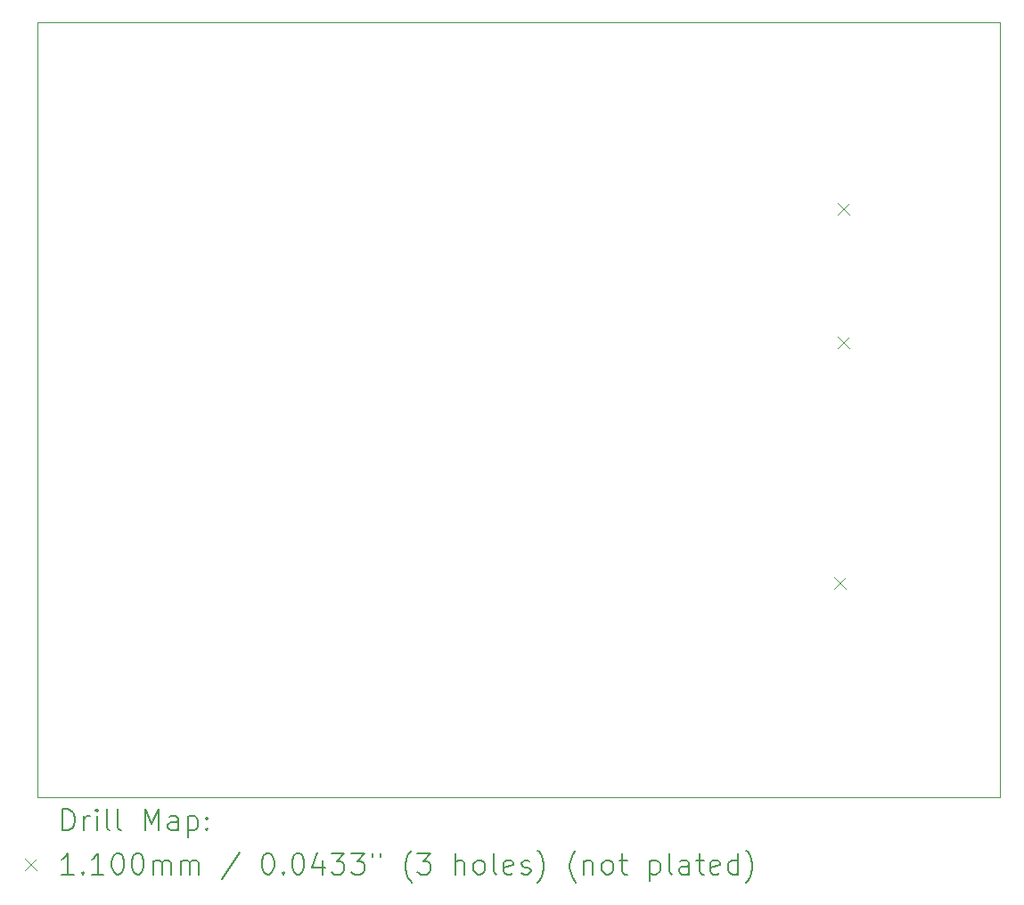
<source format=gbr>
%TF.GenerationSoftware,KiCad,Pcbnew,7.0.2*%
%TF.CreationDate,2023-06-25T21:36:02-03:00*%
%TF.ProjectId,projeto_final,70726f6a-6574-46f5-9f66-696e616c2e6b,rev?*%
%TF.SameCoordinates,Original*%
%TF.FileFunction,Drillmap*%
%TF.FilePolarity,Positive*%
%FSLAX45Y45*%
G04 Gerber Fmt 4.5, Leading zero omitted, Abs format (unit mm)*
G04 Created by KiCad (PCBNEW 7.0.2) date 2023-06-25 21:36:02*
%MOMM*%
%LPD*%
G01*
G04 APERTURE LIST*
%ADD10C,0.100000*%
%ADD11C,0.200000*%
%ADD12C,0.110000*%
G04 APERTURE END LIST*
D10*
X9144000Y-3048000D02*
X18288000Y-3048000D01*
X18288000Y-10414000D01*
X9144000Y-10414000D01*
X9144000Y-3048000D01*
D11*
D12*
X16717000Y-8327000D02*
X16827000Y-8437000D01*
X16827000Y-8327000D02*
X16717000Y-8437000D01*
X16747000Y-4771000D02*
X16857000Y-4881000D01*
X16857000Y-4771000D02*
X16747000Y-4881000D01*
X16747000Y-6041000D02*
X16857000Y-6151000D01*
X16857000Y-6041000D02*
X16747000Y-6151000D01*
D11*
X9386619Y-10731524D02*
X9386619Y-10531524D01*
X9386619Y-10531524D02*
X9434238Y-10531524D01*
X9434238Y-10531524D02*
X9462810Y-10541048D01*
X9462810Y-10541048D02*
X9481857Y-10560095D01*
X9481857Y-10560095D02*
X9491381Y-10579143D01*
X9491381Y-10579143D02*
X9500905Y-10617238D01*
X9500905Y-10617238D02*
X9500905Y-10645810D01*
X9500905Y-10645810D02*
X9491381Y-10683905D01*
X9491381Y-10683905D02*
X9481857Y-10702952D01*
X9481857Y-10702952D02*
X9462810Y-10722000D01*
X9462810Y-10722000D02*
X9434238Y-10731524D01*
X9434238Y-10731524D02*
X9386619Y-10731524D01*
X9586619Y-10731524D02*
X9586619Y-10598190D01*
X9586619Y-10636286D02*
X9596143Y-10617238D01*
X9596143Y-10617238D02*
X9605667Y-10607714D01*
X9605667Y-10607714D02*
X9624714Y-10598190D01*
X9624714Y-10598190D02*
X9643762Y-10598190D01*
X9710429Y-10731524D02*
X9710429Y-10598190D01*
X9710429Y-10531524D02*
X9700905Y-10541048D01*
X9700905Y-10541048D02*
X9710429Y-10550571D01*
X9710429Y-10550571D02*
X9719952Y-10541048D01*
X9719952Y-10541048D02*
X9710429Y-10531524D01*
X9710429Y-10531524D02*
X9710429Y-10550571D01*
X9834238Y-10731524D02*
X9815190Y-10722000D01*
X9815190Y-10722000D02*
X9805667Y-10702952D01*
X9805667Y-10702952D02*
X9805667Y-10531524D01*
X9939000Y-10731524D02*
X9919952Y-10722000D01*
X9919952Y-10722000D02*
X9910429Y-10702952D01*
X9910429Y-10702952D02*
X9910429Y-10531524D01*
X10167571Y-10731524D02*
X10167571Y-10531524D01*
X10167571Y-10531524D02*
X10234238Y-10674381D01*
X10234238Y-10674381D02*
X10300905Y-10531524D01*
X10300905Y-10531524D02*
X10300905Y-10731524D01*
X10481857Y-10731524D02*
X10481857Y-10626762D01*
X10481857Y-10626762D02*
X10472333Y-10607714D01*
X10472333Y-10607714D02*
X10453286Y-10598190D01*
X10453286Y-10598190D02*
X10415190Y-10598190D01*
X10415190Y-10598190D02*
X10396143Y-10607714D01*
X10481857Y-10722000D02*
X10462810Y-10731524D01*
X10462810Y-10731524D02*
X10415190Y-10731524D01*
X10415190Y-10731524D02*
X10396143Y-10722000D01*
X10396143Y-10722000D02*
X10386619Y-10702952D01*
X10386619Y-10702952D02*
X10386619Y-10683905D01*
X10386619Y-10683905D02*
X10396143Y-10664857D01*
X10396143Y-10664857D02*
X10415190Y-10655333D01*
X10415190Y-10655333D02*
X10462810Y-10655333D01*
X10462810Y-10655333D02*
X10481857Y-10645810D01*
X10577095Y-10598190D02*
X10577095Y-10798190D01*
X10577095Y-10607714D02*
X10596143Y-10598190D01*
X10596143Y-10598190D02*
X10634238Y-10598190D01*
X10634238Y-10598190D02*
X10653286Y-10607714D01*
X10653286Y-10607714D02*
X10662810Y-10617238D01*
X10662810Y-10617238D02*
X10672333Y-10636286D01*
X10672333Y-10636286D02*
X10672333Y-10693429D01*
X10672333Y-10693429D02*
X10662810Y-10712476D01*
X10662810Y-10712476D02*
X10653286Y-10722000D01*
X10653286Y-10722000D02*
X10634238Y-10731524D01*
X10634238Y-10731524D02*
X10596143Y-10731524D01*
X10596143Y-10731524D02*
X10577095Y-10722000D01*
X10758048Y-10712476D02*
X10767571Y-10722000D01*
X10767571Y-10722000D02*
X10758048Y-10731524D01*
X10758048Y-10731524D02*
X10748524Y-10722000D01*
X10748524Y-10722000D02*
X10758048Y-10712476D01*
X10758048Y-10712476D02*
X10758048Y-10731524D01*
X10758048Y-10607714D02*
X10767571Y-10617238D01*
X10767571Y-10617238D02*
X10758048Y-10626762D01*
X10758048Y-10626762D02*
X10748524Y-10617238D01*
X10748524Y-10617238D02*
X10758048Y-10607714D01*
X10758048Y-10607714D02*
X10758048Y-10626762D01*
D12*
X9029000Y-11004000D02*
X9139000Y-11114000D01*
X9139000Y-11004000D02*
X9029000Y-11114000D01*
D11*
X9491381Y-11151524D02*
X9377095Y-11151524D01*
X9434238Y-11151524D02*
X9434238Y-10951524D01*
X9434238Y-10951524D02*
X9415190Y-10980095D01*
X9415190Y-10980095D02*
X9396143Y-10999143D01*
X9396143Y-10999143D02*
X9377095Y-11008667D01*
X9577095Y-11132476D02*
X9586619Y-11142000D01*
X9586619Y-11142000D02*
X9577095Y-11151524D01*
X9577095Y-11151524D02*
X9567571Y-11142000D01*
X9567571Y-11142000D02*
X9577095Y-11132476D01*
X9577095Y-11132476D02*
X9577095Y-11151524D01*
X9777095Y-11151524D02*
X9662810Y-11151524D01*
X9719952Y-11151524D02*
X9719952Y-10951524D01*
X9719952Y-10951524D02*
X9700905Y-10980095D01*
X9700905Y-10980095D02*
X9681857Y-10999143D01*
X9681857Y-10999143D02*
X9662810Y-11008667D01*
X9900905Y-10951524D02*
X9919952Y-10951524D01*
X9919952Y-10951524D02*
X9939000Y-10961048D01*
X9939000Y-10961048D02*
X9948524Y-10970571D01*
X9948524Y-10970571D02*
X9958048Y-10989619D01*
X9958048Y-10989619D02*
X9967571Y-11027714D01*
X9967571Y-11027714D02*
X9967571Y-11075333D01*
X9967571Y-11075333D02*
X9958048Y-11113429D01*
X9958048Y-11113429D02*
X9948524Y-11132476D01*
X9948524Y-11132476D02*
X9939000Y-11142000D01*
X9939000Y-11142000D02*
X9919952Y-11151524D01*
X9919952Y-11151524D02*
X9900905Y-11151524D01*
X9900905Y-11151524D02*
X9881857Y-11142000D01*
X9881857Y-11142000D02*
X9872333Y-11132476D01*
X9872333Y-11132476D02*
X9862810Y-11113429D01*
X9862810Y-11113429D02*
X9853286Y-11075333D01*
X9853286Y-11075333D02*
X9853286Y-11027714D01*
X9853286Y-11027714D02*
X9862810Y-10989619D01*
X9862810Y-10989619D02*
X9872333Y-10970571D01*
X9872333Y-10970571D02*
X9881857Y-10961048D01*
X9881857Y-10961048D02*
X9900905Y-10951524D01*
X10091381Y-10951524D02*
X10110429Y-10951524D01*
X10110429Y-10951524D02*
X10129476Y-10961048D01*
X10129476Y-10961048D02*
X10139000Y-10970571D01*
X10139000Y-10970571D02*
X10148524Y-10989619D01*
X10148524Y-10989619D02*
X10158048Y-11027714D01*
X10158048Y-11027714D02*
X10158048Y-11075333D01*
X10158048Y-11075333D02*
X10148524Y-11113429D01*
X10148524Y-11113429D02*
X10139000Y-11132476D01*
X10139000Y-11132476D02*
X10129476Y-11142000D01*
X10129476Y-11142000D02*
X10110429Y-11151524D01*
X10110429Y-11151524D02*
X10091381Y-11151524D01*
X10091381Y-11151524D02*
X10072333Y-11142000D01*
X10072333Y-11142000D02*
X10062810Y-11132476D01*
X10062810Y-11132476D02*
X10053286Y-11113429D01*
X10053286Y-11113429D02*
X10043762Y-11075333D01*
X10043762Y-11075333D02*
X10043762Y-11027714D01*
X10043762Y-11027714D02*
X10053286Y-10989619D01*
X10053286Y-10989619D02*
X10062810Y-10970571D01*
X10062810Y-10970571D02*
X10072333Y-10961048D01*
X10072333Y-10961048D02*
X10091381Y-10951524D01*
X10243762Y-11151524D02*
X10243762Y-11018190D01*
X10243762Y-11037238D02*
X10253286Y-11027714D01*
X10253286Y-11027714D02*
X10272333Y-11018190D01*
X10272333Y-11018190D02*
X10300905Y-11018190D01*
X10300905Y-11018190D02*
X10319952Y-11027714D01*
X10319952Y-11027714D02*
X10329476Y-11046762D01*
X10329476Y-11046762D02*
X10329476Y-11151524D01*
X10329476Y-11046762D02*
X10339000Y-11027714D01*
X10339000Y-11027714D02*
X10358048Y-11018190D01*
X10358048Y-11018190D02*
X10386619Y-11018190D01*
X10386619Y-11018190D02*
X10405667Y-11027714D01*
X10405667Y-11027714D02*
X10415191Y-11046762D01*
X10415191Y-11046762D02*
X10415191Y-11151524D01*
X10510429Y-11151524D02*
X10510429Y-11018190D01*
X10510429Y-11037238D02*
X10519952Y-11027714D01*
X10519952Y-11027714D02*
X10539000Y-11018190D01*
X10539000Y-11018190D02*
X10567572Y-11018190D01*
X10567572Y-11018190D02*
X10586619Y-11027714D01*
X10586619Y-11027714D02*
X10596143Y-11046762D01*
X10596143Y-11046762D02*
X10596143Y-11151524D01*
X10596143Y-11046762D02*
X10605667Y-11027714D01*
X10605667Y-11027714D02*
X10624714Y-11018190D01*
X10624714Y-11018190D02*
X10653286Y-11018190D01*
X10653286Y-11018190D02*
X10672333Y-11027714D01*
X10672333Y-11027714D02*
X10681857Y-11046762D01*
X10681857Y-11046762D02*
X10681857Y-11151524D01*
X11072333Y-10942000D02*
X10900905Y-11199143D01*
X11329476Y-10951524D02*
X11348524Y-10951524D01*
X11348524Y-10951524D02*
X11367572Y-10961048D01*
X11367572Y-10961048D02*
X11377095Y-10970571D01*
X11377095Y-10970571D02*
X11386619Y-10989619D01*
X11386619Y-10989619D02*
X11396143Y-11027714D01*
X11396143Y-11027714D02*
X11396143Y-11075333D01*
X11396143Y-11075333D02*
X11386619Y-11113429D01*
X11386619Y-11113429D02*
X11377095Y-11132476D01*
X11377095Y-11132476D02*
X11367572Y-11142000D01*
X11367572Y-11142000D02*
X11348524Y-11151524D01*
X11348524Y-11151524D02*
X11329476Y-11151524D01*
X11329476Y-11151524D02*
X11310429Y-11142000D01*
X11310429Y-11142000D02*
X11300905Y-11132476D01*
X11300905Y-11132476D02*
X11291381Y-11113429D01*
X11291381Y-11113429D02*
X11281857Y-11075333D01*
X11281857Y-11075333D02*
X11281857Y-11027714D01*
X11281857Y-11027714D02*
X11291381Y-10989619D01*
X11291381Y-10989619D02*
X11300905Y-10970571D01*
X11300905Y-10970571D02*
X11310429Y-10961048D01*
X11310429Y-10961048D02*
X11329476Y-10951524D01*
X11481857Y-11132476D02*
X11491381Y-11142000D01*
X11491381Y-11142000D02*
X11481857Y-11151524D01*
X11481857Y-11151524D02*
X11472333Y-11142000D01*
X11472333Y-11142000D02*
X11481857Y-11132476D01*
X11481857Y-11132476D02*
X11481857Y-11151524D01*
X11615191Y-10951524D02*
X11634238Y-10951524D01*
X11634238Y-10951524D02*
X11653286Y-10961048D01*
X11653286Y-10961048D02*
X11662810Y-10970571D01*
X11662810Y-10970571D02*
X11672333Y-10989619D01*
X11672333Y-10989619D02*
X11681857Y-11027714D01*
X11681857Y-11027714D02*
X11681857Y-11075333D01*
X11681857Y-11075333D02*
X11672333Y-11113429D01*
X11672333Y-11113429D02*
X11662810Y-11132476D01*
X11662810Y-11132476D02*
X11653286Y-11142000D01*
X11653286Y-11142000D02*
X11634238Y-11151524D01*
X11634238Y-11151524D02*
X11615191Y-11151524D01*
X11615191Y-11151524D02*
X11596143Y-11142000D01*
X11596143Y-11142000D02*
X11586619Y-11132476D01*
X11586619Y-11132476D02*
X11577095Y-11113429D01*
X11577095Y-11113429D02*
X11567572Y-11075333D01*
X11567572Y-11075333D02*
X11567572Y-11027714D01*
X11567572Y-11027714D02*
X11577095Y-10989619D01*
X11577095Y-10989619D02*
X11586619Y-10970571D01*
X11586619Y-10970571D02*
X11596143Y-10961048D01*
X11596143Y-10961048D02*
X11615191Y-10951524D01*
X11853286Y-11018190D02*
X11853286Y-11151524D01*
X11805667Y-10942000D02*
X11758048Y-11084857D01*
X11758048Y-11084857D02*
X11881857Y-11084857D01*
X11939000Y-10951524D02*
X12062810Y-10951524D01*
X12062810Y-10951524D02*
X11996143Y-11027714D01*
X11996143Y-11027714D02*
X12024714Y-11027714D01*
X12024714Y-11027714D02*
X12043762Y-11037238D01*
X12043762Y-11037238D02*
X12053286Y-11046762D01*
X12053286Y-11046762D02*
X12062810Y-11065810D01*
X12062810Y-11065810D02*
X12062810Y-11113429D01*
X12062810Y-11113429D02*
X12053286Y-11132476D01*
X12053286Y-11132476D02*
X12043762Y-11142000D01*
X12043762Y-11142000D02*
X12024714Y-11151524D01*
X12024714Y-11151524D02*
X11967572Y-11151524D01*
X11967572Y-11151524D02*
X11948524Y-11142000D01*
X11948524Y-11142000D02*
X11939000Y-11132476D01*
X12129476Y-10951524D02*
X12253286Y-10951524D01*
X12253286Y-10951524D02*
X12186619Y-11027714D01*
X12186619Y-11027714D02*
X12215191Y-11027714D01*
X12215191Y-11027714D02*
X12234238Y-11037238D01*
X12234238Y-11037238D02*
X12243762Y-11046762D01*
X12243762Y-11046762D02*
X12253286Y-11065810D01*
X12253286Y-11065810D02*
X12253286Y-11113429D01*
X12253286Y-11113429D02*
X12243762Y-11132476D01*
X12243762Y-11132476D02*
X12234238Y-11142000D01*
X12234238Y-11142000D02*
X12215191Y-11151524D01*
X12215191Y-11151524D02*
X12158048Y-11151524D01*
X12158048Y-11151524D02*
X12139000Y-11142000D01*
X12139000Y-11142000D02*
X12129476Y-11132476D01*
X12329476Y-10951524D02*
X12329476Y-10989619D01*
X12405667Y-10951524D02*
X12405667Y-10989619D01*
X12700905Y-11227714D02*
X12691381Y-11218190D01*
X12691381Y-11218190D02*
X12672334Y-11189619D01*
X12672334Y-11189619D02*
X12662810Y-11170571D01*
X12662810Y-11170571D02*
X12653286Y-11142000D01*
X12653286Y-11142000D02*
X12643762Y-11094381D01*
X12643762Y-11094381D02*
X12643762Y-11056286D01*
X12643762Y-11056286D02*
X12653286Y-11008667D01*
X12653286Y-11008667D02*
X12662810Y-10980095D01*
X12662810Y-10980095D02*
X12672334Y-10961048D01*
X12672334Y-10961048D02*
X12691381Y-10932476D01*
X12691381Y-10932476D02*
X12700905Y-10922952D01*
X12758048Y-10951524D02*
X12881857Y-10951524D01*
X12881857Y-10951524D02*
X12815191Y-11027714D01*
X12815191Y-11027714D02*
X12843762Y-11027714D01*
X12843762Y-11027714D02*
X12862810Y-11037238D01*
X12862810Y-11037238D02*
X12872334Y-11046762D01*
X12872334Y-11046762D02*
X12881857Y-11065810D01*
X12881857Y-11065810D02*
X12881857Y-11113429D01*
X12881857Y-11113429D02*
X12872334Y-11132476D01*
X12872334Y-11132476D02*
X12862810Y-11142000D01*
X12862810Y-11142000D02*
X12843762Y-11151524D01*
X12843762Y-11151524D02*
X12786619Y-11151524D01*
X12786619Y-11151524D02*
X12767572Y-11142000D01*
X12767572Y-11142000D02*
X12758048Y-11132476D01*
X13119953Y-11151524D02*
X13119953Y-10951524D01*
X13205667Y-11151524D02*
X13205667Y-11046762D01*
X13205667Y-11046762D02*
X13196143Y-11027714D01*
X13196143Y-11027714D02*
X13177096Y-11018190D01*
X13177096Y-11018190D02*
X13148524Y-11018190D01*
X13148524Y-11018190D02*
X13129476Y-11027714D01*
X13129476Y-11027714D02*
X13119953Y-11037238D01*
X13329476Y-11151524D02*
X13310429Y-11142000D01*
X13310429Y-11142000D02*
X13300905Y-11132476D01*
X13300905Y-11132476D02*
X13291381Y-11113429D01*
X13291381Y-11113429D02*
X13291381Y-11056286D01*
X13291381Y-11056286D02*
X13300905Y-11037238D01*
X13300905Y-11037238D02*
X13310429Y-11027714D01*
X13310429Y-11027714D02*
X13329476Y-11018190D01*
X13329476Y-11018190D02*
X13358048Y-11018190D01*
X13358048Y-11018190D02*
X13377096Y-11027714D01*
X13377096Y-11027714D02*
X13386619Y-11037238D01*
X13386619Y-11037238D02*
X13396143Y-11056286D01*
X13396143Y-11056286D02*
X13396143Y-11113429D01*
X13396143Y-11113429D02*
X13386619Y-11132476D01*
X13386619Y-11132476D02*
X13377096Y-11142000D01*
X13377096Y-11142000D02*
X13358048Y-11151524D01*
X13358048Y-11151524D02*
X13329476Y-11151524D01*
X13510429Y-11151524D02*
X13491381Y-11142000D01*
X13491381Y-11142000D02*
X13481857Y-11122952D01*
X13481857Y-11122952D02*
X13481857Y-10951524D01*
X13662810Y-11142000D02*
X13643762Y-11151524D01*
X13643762Y-11151524D02*
X13605667Y-11151524D01*
X13605667Y-11151524D02*
X13586619Y-11142000D01*
X13586619Y-11142000D02*
X13577096Y-11122952D01*
X13577096Y-11122952D02*
X13577096Y-11046762D01*
X13577096Y-11046762D02*
X13586619Y-11027714D01*
X13586619Y-11027714D02*
X13605667Y-11018190D01*
X13605667Y-11018190D02*
X13643762Y-11018190D01*
X13643762Y-11018190D02*
X13662810Y-11027714D01*
X13662810Y-11027714D02*
X13672334Y-11046762D01*
X13672334Y-11046762D02*
X13672334Y-11065810D01*
X13672334Y-11065810D02*
X13577096Y-11084857D01*
X13748524Y-11142000D02*
X13767572Y-11151524D01*
X13767572Y-11151524D02*
X13805667Y-11151524D01*
X13805667Y-11151524D02*
X13824715Y-11142000D01*
X13824715Y-11142000D02*
X13834238Y-11122952D01*
X13834238Y-11122952D02*
X13834238Y-11113429D01*
X13834238Y-11113429D02*
X13824715Y-11094381D01*
X13824715Y-11094381D02*
X13805667Y-11084857D01*
X13805667Y-11084857D02*
X13777096Y-11084857D01*
X13777096Y-11084857D02*
X13758048Y-11075333D01*
X13758048Y-11075333D02*
X13748524Y-11056286D01*
X13748524Y-11056286D02*
X13748524Y-11046762D01*
X13748524Y-11046762D02*
X13758048Y-11027714D01*
X13758048Y-11027714D02*
X13777096Y-11018190D01*
X13777096Y-11018190D02*
X13805667Y-11018190D01*
X13805667Y-11018190D02*
X13824715Y-11027714D01*
X13900905Y-11227714D02*
X13910429Y-11218190D01*
X13910429Y-11218190D02*
X13929477Y-11189619D01*
X13929477Y-11189619D02*
X13939000Y-11170571D01*
X13939000Y-11170571D02*
X13948524Y-11142000D01*
X13948524Y-11142000D02*
X13958048Y-11094381D01*
X13958048Y-11094381D02*
X13958048Y-11056286D01*
X13958048Y-11056286D02*
X13948524Y-11008667D01*
X13948524Y-11008667D02*
X13939000Y-10980095D01*
X13939000Y-10980095D02*
X13929477Y-10961048D01*
X13929477Y-10961048D02*
X13910429Y-10932476D01*
X13910429Y-10932476D02*
X13900905Y-10922952D01*
X14262810Y-11227714D02*
X14253286Y-11218190D01*
X14253286Y-11218190D02*
X14234238Y-11189619D01*
X14234238Y-11189619D02*
X14224715Y-11170571D01*
X14224715Y-11170571D02*
X14215191Y-11142000D01*
X14215191Y-11142000D02*
X14205667Y-11094381D01*
X14205667Y-11094381D02*
X14205667Y-11056286D01*
X14205667Y-11056286D02*
X14215191Y-11008667D01*
X14215191Y-11008667D02*
X14224715Y-10980095D01*
X14224715Y-10980095D02*
X14234238Y-10961048D01*
X14234238Y-10961048D02*
X14253286Y-10932476D01*
X14253286Y-10932476D02*
X14262810Y-10922952D01*
X14339000Y-11018190D02*
X14339000Y-11151524D01*
X14339000Y-11037238D02*
X14348524Y-11027714D01*
X14348524Y-11027714D02*
X14367572Y-11018190D01*
X14367572Y-11018190D02*
X14396143Y-11018190D01*
X14396143Y-11018190D02*
X14415191Y-11027714D01*
X14415191Y-11027714D02*
X14424715Y-11046762D01*
X14424715Y-11046762D02*
X14424715Y-11151524D01*
X14548524Y-11151524D02*
X14529477Y-11142000D01*
X14529477Y-11142000D02*
X14519953Y-11132476D01*
X14519953Y-11132476D02*
X14510429Y-11113429D01*
X14510429Y-11113429D02*
X14510429Y-11056286D01*
X14510429Y-11056286D02*
X14519953Y-11037238D01*
X14519953Y-11037238D02*
X14529477Y-11027714D01*
X14529477Y-11027714D02*
X14548524Y-11018190D01*
X14548524Y-11018190D02*
X14577096Y-11018190D01*
X14577096Y-11018190D02*
X14596143Y-11027714D01*
X14596143Y-11027714D02*
X14605667Y-11037238D01*
X14605667Y-11037238D02*
X14615191Y-11056286D01*
X14615191Y-11056286D02*
X14615191Y-11113429D01*
X14615191Y-11113429D02*
X14605667Y-11132476D01*
X14605667Y-11132476D02*
X14596143Y-11142000D01*
X14596143Y-11142000D02*
X14577096Y-11151524D01*
X14577096Y-11151524D02*
X14548524Y-11151524D01*
X14672334Y-11018190D02*
X14748524Y-11018190D01*
X14700905Y-10951524D02*
X14700905Y-11122952D01*
X14700905Y-11122952D02*
X14710429Y-11142000D01*
X14710429Y-11142000D02*
X14729477Y-11151524D01*
X14729477Y-11151524D02*
X14748524Y-11151524D01*
X14967572Y-11018190D02*
X14967572Y-11218190D01*
X14967572Y-11027714D02*
X14986619Y-11018190D01*
X14986619Y-11018190D02*
X15024715Y-11018190D01*
X15024715Y-11018190D02*
X15043762Y-11027714D01*
X15043762Y-11027714D02*
X15053286Y-11037238D01*
X15053286Y-11037238D02*
X15062810Y-11056286D01*
X15062810Y-11056286D02*
X15062810Y-11113429D01*
X15062810Y-11113429D02*
X15053286Y-11132476D01*
X15053286Y-11132476D02*
X15043762Y-11142000D01*
X15043762Y-11142000D02*
X15024715Y-11151524D01*
X15024715Y-11151524D02*
X14986619Y-11151524D01*
X14986619Y-11151524D02*
X14967572Y-11142000D01*
X15177096Y-11151524D02*
X15158048Y-11142000D01*
X15158048Y-11142000D02*
X15148524Y-11122952D01*
X15148524Y-11122952D02*
X15148524Y-10951524D01*
X15339000Y-11151524D02*
X15339000Y-11046762D01*
X15339000Y-11046762D02*
X15329477Y-11027714D01*
X15329477Y-11027714D02*
X15310429Y-11018190D01*
X15310429Y-11018190D02*
X15272334Y-11018190D01*
X15272334Y-11018190D02*
X15253286Y-11027714D01*
X15339000Y-11142000D02*
X15319953Y-11151524D01*
X15319953Y-11151524D02*
X15272334Y-11151524D01*
X15272334Y-11151524D02*
X15253286Y-11142000D01*
X15253286Y-11142000D02*
X15243762Y-11122952D01*
X15243762Y-11122952D02*
X15243762Y-11103905D01*
X15243762Y-11103905D02*
X15253286Y-11084857D01*
X15253286Y-11084857D02*
X15272334Y-11075333D01*
X15272334Y-11075333D02*
X15319953Y-11075333D01*
X15319953Y-11075333D02*
X15339000Y-11065810D01*
X15405667Y-11018190D02*
X15481858Y-11018190D01*
X15434239Y-10951524D02*
X15434239Y-11122952D01*
X15434239Y-11122952D02*
X15443762Y-11142000D01*
X15443762Y-11142000D02*
X15462810Y-11151524D01*
X15462810Y-11151524D02*
X15481858Y-11151524D01*
X15624715Y-11142000D02*
X15605667Y-11151524D01*
X15605667Y-11151524D02*
X15567572Y-11151524D01*
X15567572Y-11151524D02*
X15548524Y-11142000D01*
X15548524Y-11142000D02*
X15539000Y-11122952D01*
X15539000Y-11122952D02*
X15539000Y-11046762D01*
X15539000Y-11046762D02*
X15548524Y-11027714D01*
X15548524Y-11027714D02*
X15567572Y-11018190D01*
X15567572Y-11018190D02*
X15605667Y-11018190D01*
X15605667Y-11018190D02*
X15624715Y-11027714D01*
X15624715Y-11027714D02*
X15634239Y-11046762D01*
X15634239Y-11046762D02*
X15634239Y-11065810D01*
X15634239Y-11065810D02*
X15539000Y-11084857D01*
X15805667Y-11151524D02*
X15805667Y-10951524D01*
X15805667Y-11142000D02*
X15786620Y-11151524D01*
X15786620Y-11151524D02*
X15748524Y-11151524D01*
X15748524Y-11151524D02*
X15729477Y-11142000D01*
X15729477Y-11142000D02*
X15719953Y-11132476D01*
X15719953Y-11132476D02*
X15710429Y-11113429D01*
X15710429Y-11113429D02*
X15710429Y-11056286D01*
X15710429Y-11056286D02*
X15719953Y-11037238D01*
X15719953Y-11037238D02*
X15729477Y-11027714D01*
X15729477Y-11027714D02*
X15748524Y-11018190D01*
X15748524Y-11018190D02*
X15786620Y-11018190D01*
X15786620Y-11018190D02*
X15805667Y-11027714D01*
X15881858Y-11227714D02*
X15891381Y-11218190D01*
X15891381Y-11218190D02*
X15910429Y-11189619D01*
X15910429Y-11189619D02*
X15919953Y-11170571D01*
X15919953Y-11170571D02*
X15929477Y-11142000D01*
X15929477Y-11142000D02*
X15939000Y-11094381D01*
X15939000Y-11094381D02*
X15939000Y-11056286D01*
X15939000Y-11056286D02*
X15929477Y-11008667D01*
X15929477Y-11008667D02*
X15919953Y-10980095D01*
X15919953Y-10980095D02*
X15910429Y-10961048D01*
X15910429Y-10961048D02*
X15891381Y-10932476D01*
X15891381Y-10932476D02*
X15881858Y-10922952D01*
M02*

</source>
